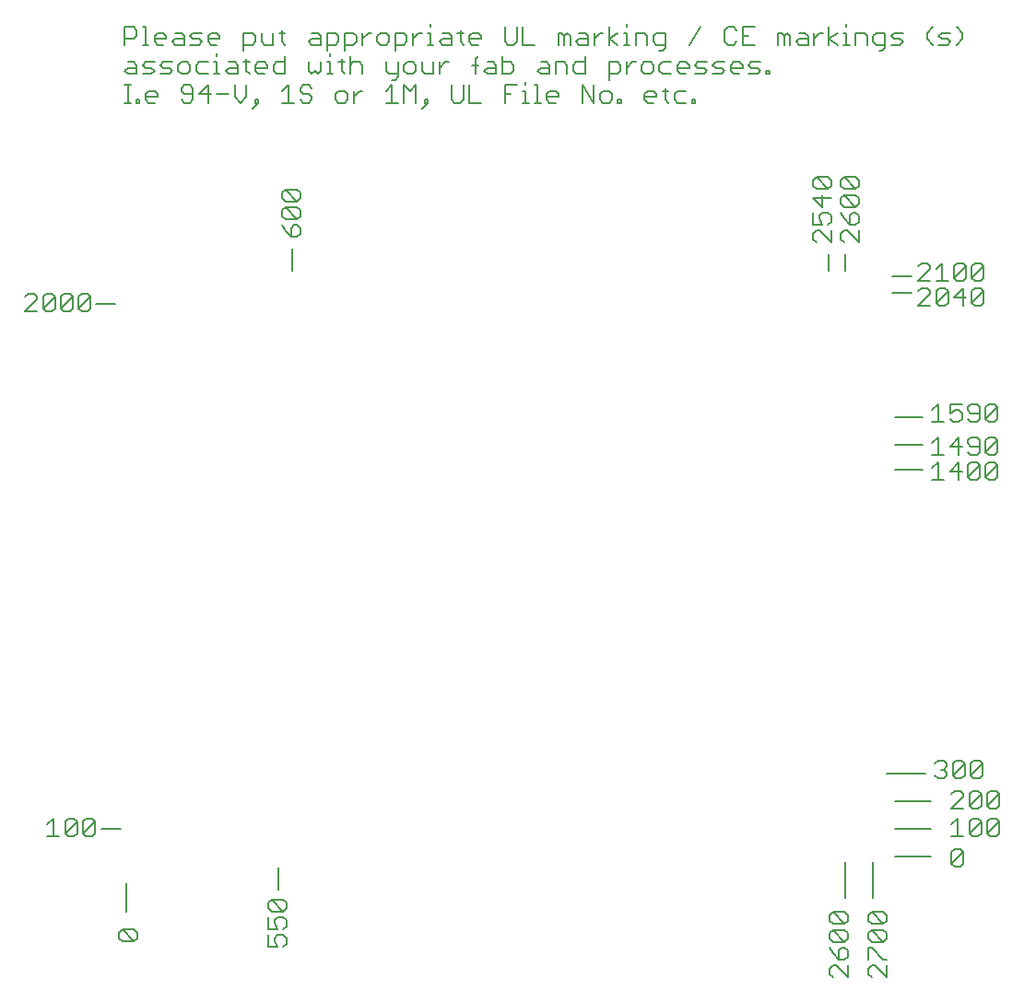
<source format=gbr>
G04 EAGLE Gerber RS-274X export*
G75*
%MOMM*%
%FSLAX34Y34*%
%LPD*%
%INDocument*%
%IPPOS*%
%AMOC8*
5,1,8,0,0,1.08239X$1,22.5*%
G01*
%ADD10C,0.152400*%


D10*
X0Y-24130D02*
X0Y-50800D01*
X660400Y-38100D02*
X660400Y-5080D01*
X706120Y0D02*
X739140Y0D01*
X739140Y25400D02*
X706120Y25400D01*
X706120Y50800D02*
X739140Y50800D01*
X731520Y378460D02*
X706120Y378460D01*
X706120Y403860D02*
X731520Y403860D01*
X721360Y518160D02*
X703580Y518160D01*
X703580Y533400D02*
X721360Y533400D01*
X660400Y538480D02*
X660400Y553720D01*
X645160Y553720D02*
X645160Y538480D01*
X685800Y-5080D02*
X685800Y-38100D01*
X6686Y-77978D02*
X-4160Y-77978D01*
X-6872Y-75266D01*
X-6872Y-69843D01*
X-4160Y-67131D01*
X6686Y-67131D01*
X9398Y-69843D01*
X9398Y-75266D01*
X6686Y-77978D01*
X-4160Y-67131D01*
X662178Y-100151D02*
X662178Y-110998D01*
X651331Y-100151D01*
X648620Y-100151D01*
X645908Y-102863D01*
X645908Y-108286D01*
X648620Y-110998D01*
X648620Y-89203D02*
X645908Y-83780D01*
X648620Y-89203D02*
X654043Y-94626D01*
X659466Y-94626D01*
X662178Y-91915D01*
X662178Y-86492D01*
X659466Y-83780D01*
X656755Y-83780D01*
X654043Y-86492D01*
X654043Y-94626D01*
X659466Y-78255D02*
X648620Y-78255D01*
X645908Y-75543D01*
X645908Y-70120D01*
X648620Y-67408D01*
X659466Y-67408D01*
X662178Y-70120D01*
X662178Y-75543D01*
X659466Y-78255D01*
X648620Y-67408D01*
X648620Y-61883D02*
X659466Y-61883D01*
X648620Y-61883D02*
X645908Y-59172D01*
X645908Y-53748D01*
X648620Y-51037D01*
X659466Y-51037D01*
X662178Y-53748D01*
X662178Y-59172D01*
X659466Y-61883D01*
X648620Y-51037D01*
X697738Y-100151D02*
X697738Y-110998D01*
X686891Y-100151D01*
X684180Y-100151D01*
X681468Y-102863D01*
X681468Y-108286D01*
X684180Y-110998D01*
X681468Y-94626D02*
X681468Y-83780D01*
X684180Y-83780D01*
X695026Y-94626D01*
X697738Y-94626D01*
X695026Y-78255D02*
X684180Y-78255D01*
X681468Y-75543D01*
X681468Y-70120D01*
X684180Y-67408D01*
X695026Y-67408D01*
X697738Y-70120D01*
X697738Y-75543D01*
X695026Y-78255D01*
X684180Y-67408D01*
X684180Y-61883D02*
X695026Y-61883D01*
X684180Y-61883D02*
X681468Y-59172D01*
X681468Y-53748D01*
X684180Y-51037D01*
X695026Y-51037D01*
X697738Y-53748D01*
X697738Y-59172D01*
X695026Y-61883D01*
X684180Y-51037D01*
X757682Y-6686D02*
X757682Y4160D01*
X760394Y6872D01*
X765817Y6872D01*
X768529Y4160D01*
X768529Y-6686D01*
X765817Y-9398D01*
X760394Y-9398D01*
X757682Y-6686D01*
X768529Y4160D01*
X757682Y29389D02*
X763105Y34812D01*
X763105Y18542D01*
X757682Y18542D02*
X768529Y18542D01*
X774054Y21254D02*
X774054Y32100D01*
X776765Y34812D01*
X782189Y34812D01*
X784900Y32100D01*
X784900Y21254D01*
X782189Y18542D01*
X776765Y18542D01*
X774054Y21254D01*
X784900Y32100D01*
X790425Y32100D02*
X790425Y21254D01*
X790425Y32100D02*
X793137Y34812D01*
X798560Y34812D01*
X801272Y32100D01*
X801272Y21254D01*
X798560Y18542D01*
X793137Y18542D01*
X790425Y21254D01*
X801272Y32100D01*
X768529Y43942D02*
X757682Y43942D01*
X768529Y54789D01*
X768529Y57500D01*
X765817Y60212D01*
X760394Y60212D01*
X757682Y57500D01*
X774054Y57500D02*
X774054Y46654D01*
X774054Y57500D02*
X776765Y60212D01*
X782189Y60212D01*
X784900Y57500D01*
X784900Y46654D01*
X782189Y43942D01*
X776765Y43942D01*
X774054Y46654D01*
X784900Y57500D01*
X790425Y57500D02*
X790425Y46654D01*
X790425Y57500D02*
X793137Y60212D01*
X798560Y60212D01*
X801272Y57500D01*
X801272Y46654D01*
X798560Y43942D01*
X793137Y43942D01*
X790425Y46654D01*
X801272Y57500D01*
X739902Y379909D02*
X745325Y385332D01*
X745325Y369062D01*
X739902Y369062D02*
X750749Y369062D01*
X764409Y369062D02*
X764409Y385332D01*
X756274Y377197D01*
X767120Y377197D01*
X772645Y371774D02*
X775357Y369062D01*
X780780Y369062D01*
X783492Y371774D01*
X783492Y382620D01*
X780780Y385332D01*
X775357Y385332D01*
X772645Y382620D01*
X772645Y379909D01*
X775357Y377197D01*
X783492Y377197D01*
X789017Y371774D02*
X789017Y382620D01*
X791728Y385332D01*
X797152Y385332D01*
X799863Y382620D01*
X799863Y371774D01*
X797152Y369062D01*
X791728Y369062D01*
X789017Y371774D01*
X799863Y382620D01*
X745325Y415812D02*
X739902Y410389D01*
X745325Y415812D02*
X745325Y399542D01*
X739902Y399542D02*
X750749Y399542D01*
X756274Y415812D02*
X767120Y415812D01*
X756274Y415812D02*
X756274Y407677D01*
X761697Y410389D01*
X764409Y410389D01*
X767120Y407677D01*
X767120Y402254D01*
X764409Y399542D01*
X758985Y399542D01*
X756274Y402254D01*
X772645Y402254D02*
X775357Y399542D01*
X780780Y399542D01*
X783492Y402254D01*
X783492Y413100D01*
X780780Y415812D01*
X775357Y415812D01*
X772645Y413100D01*
X772645Y410389D01*
X775357Y407677D01*
X783492Y407677D01*
X789017Y402254D02*
X789017Y413100D01*
X791728Y415812D01*
X797152Y415812D01*
X799863Y413100D01*
X799863Y402254D01*
X797152Y399542D01*
X791728Y399542D01*
X789017Y402254D01*
X799863Y413100D01*
X738049Y506222D02*
X727202Y506222D01*
X738049Y517069D01*
X738049Y519780D01*
X735337Y522492D01*
X729914Y522492D01*
X727202Y519780D01*
X743574Y519780D02*
X743574Y508934D01*
X743574Y519780D02*
X746285Y522492D01*
X751709Y522492D01*
X754420Y519780D01*
X754420Y508934D01*
X751709Y506222D01*
X746285Y506222D01*
X743574Y508934D01*
X754420Y519780D01*
X768080Y522492D02*
X768080Y506222D01*
X759945Y514357D02*
X768080Y522492D01*
X770792Y514357D02*
X759945Y514357D01*
X776317Y508934D02*
X776317Y519780D01*
X779028Y522492D01*
X784452Y522492D01*
X787163Y519780D01*
X787163Y508934D01*
X784452Y506222D01*
X779028Y506222D01*
X776317Y508934D01*
X787163Y519780D01*
X738049Y529082D02*
X727202Y529082D01*
X738049Y539929D01*
X738049Y542640D01*
X735337Y545352D01*
X729914Y545352D01*
X727202Y542640D01*
X743574Y539929D02*
X748997Y545352D01*
X748997Y529082D01*
X743574Y529082D02*
X754420Y529082D01*
X759945Y531794D02*
X759945Y542640D01*
X762657Y545352D01*
X768080Y545352D01*
X770792Y542640D01*
X770792Y531794D01*
X768080Y529082D01*
X762657Y529082D01*
X759945Y531794D01*
X770792Y542640D01*
X776317Y542640D02*
X776317Y531794D01*
X776317Y542640D02*
X779028Y545352D01*
X784452Y545352D01*
X787163Y542640D01*
X787163Y531794D01*
X784452Y529082D01*
X779028Y529082D01*
X776317Y531794D01*
X787163Y542640D01*
X646938Y564642D02*
X646938Y575489D01*
X646938Y564642D02*
X636091Y575489D01*
X633380Y575489D01*
X630668Y572777D01*
X630668Y567354D01*
X633380Y564642D01*
X630668Y581014D02*
X630668Y591860D01*
X630668Y581014D02*
X638803Y581014D01*
X636091Y586437D01*
X636091Y589149D01*
X638803Y591860D01*
X644226Y591860D01*
X646938Y589149D01*
X646938Y583725D01*
X644226Y581014D01*
X646938Y605520D02*
X630668Y605520D01*
X638803Y597385D01*
X638803Y608232D01*
X644226Y613757D02*
X633380Y613757D01*
X630668Y616468D01*
X630668Y621892D01*
X633380Y624603D01*
X644226Y624603D01*
X646938Y621892D01*
X646938Y616468D01*
X644226Y613757D01*
X633380Y624603D01*
X672338Y575489D02*
X672338Y564642D01*
X661491Y575489D01*
X658780Y575489D01*
X656068Y572777D01*
X656068Y567354D01*
X658780Y564642D01*
X658780Y586437D02*
X656068Y591860D01*
X658780Y586437D02*
X664203Y581014D01*
X669626Y581014D01*
X672338Y583725D01*
X672338Y589149D01*
X669626Y591860D01*
X666915Y591860D01*
X664203Y589149D01*
X664203Y581014D01*
X669626Y597385D02*
X658780Y597385D01*
X656068Y600097D01*
X656068Y605520D01*
X658780Y608232D01*
X669626Y608232D01*
X672338Y605520D01*
X672338Y600097D01*
X669626Y597385D01*
X658780Y608232D01*
X658780Y613757D02*
X669626Y613757D01*
X658780Y613757D02*
X656068Y616468D01*
X656068Y621892D01*
X658780Y624603D01*
X669626Y624603D01*
X672338Y621892D01*
X672338Y616468D01*
X669626Y613757D01*
X658780Y624603D01*
X152400Y558800D02*
X152400Y538480D01*
X145700Y575145D02*
X142988Y580569D01*
X145700Y575145D02*
X151123Y569722D01*
X156546Y569722D01*
X159258Y572434D01*
X159258Y577857D01*
X156546Y580569D01*
X153835Y580569D01*
X151123Y577857D01*
X151123Y569722D01*
X156546Y586094D02*
X145700Y586094D01*
X142988Y588805D01*
X142988Y594229D01*
X145700Y596940D01*
X156546Y596940D01*
X159258Y594229D01*
X159258Y588805D01*
X156546Y586094D01*
X145700Y596940D01*
X145700Y602465D02*
X156546Y602465D01*
X145700Y602465D02*
X142988Y605177D01*
X142988Y610600D01*
X145700Y613312D01*
X156546Y613312D01*
X159258Y610600D01*
X159258Y605177D01*
X156546Y602465D01*
X145700Y613312D01*
X139700Y-10160D02*
X139700Y-30480D01*
X130288Y-72211D02*
X130288Y-83058D01*
X138423Y-83058D01*
X135711Y-77635D01*
X135711Y-74923D01*
X138423Y-72211D01*
X143846Y-72211D01*
X146558Y-74923D01*
X146558Y-80346D01*
X143846Y-83058D01*
X130288Y-66686D02*
X130288Y-55840D01*
X130288Y-66686D02*
X138423Y-66686D01*
X135711Y-61263D01*
X135711Y-58552D01*
X138423Y-55840D01*
X143846Y-55840D01*
X146558Y-58552D01*
X146558Y-63975D01*
X143846Y-66686D01*
X143846Y-50315D02*
X133000Y-50315D01*
X130288Y-47603D01*
X130288Y-42180D01*
X133000Y-39468D01*
X143846Y-39468D01*
X146558Y-42180D01*
X146558Y-47603D01*
X143846Y-50315D01*
X133000Y-39468D01*
X-10160Y508000D02*
X-27940Y508000D01*
X-82371Y501142D02*
X-93218Y501142D01*
X-82371Y511989D01*
X-82371Y514700D01*
X-85083Y517412D01*
X-90506Y517412D01*
X-93218Y514700D01*
X-76846Y514700D02*
X-76846Y503854D01*
X-76846Y514700D02*
X-74135Y517412D01*
X-68712Y517412D01*
X-66000Y514700D01*
X-66000Y503854D01*
X-68712Y501142D01*
X-74135Y501142D01*
X-76846Y503854D01*
X-66000Y514700D01*
X-60475Y514700D02*
X-60475Y503854D01*
X-60475Y514700D02*
X-57763Y517412D01*
X-52340Y517412D01*
X-49628Y514700D01*
X-49628Y503854D01*
X-52340Y501142D01*
X-57763Y501142D01*
X-60475Y503854D01*
X-49628Y514700D01*
X-44103Y514700D02*
X-44103Y503854D01*
X-44103Y514700D02*
X-41392Y517412D01*
X-35968Y517412D01*
X-33257Y514700D01*
X-33257Y503854D01*
X-35968Y501142D01*
X-41392Y501142D01*
X-44103Y503854D01*
X-33257Y514700D01*
X-22860Y25400D02*
X-5080Y25400D01*
X-67475Y34812D02*
X-72898Y29389D01*
X-67475Y34812D02*
X-67475Y18542D01*
X-72898Y18542D02*
X-62051Y18542D01*
X-56526Y21254D02*
X-56526Y32100D01*
X-53815Y34812D01*
X-48392Y34812D01*
X-45680Y32100D01*
X-45680Y21254D01*
X-48392Y18542D01*
X-53815Y18542D01*
X-56526Y21254D01*
X-45680Y32100D01*
X-40155Y32100D02*
X-40155Y21254D01*
X-40155Y32100D02*
X-37443Y34812D01*
X-32020Y34812D01*
X-29308Y32100D01*
X-29308Y21254D01*
X-32020Y18542D01*
X-37443Y18542D01*
X-40155Y21254D01*
X-29308Y32100D01*
X698500Y76200D02*
X734060Y76200D01*
X742442Y85440D02*
X745154Y88152D01*
X750577Y88152D01*
X753289Y85440D01*
X753289Y82729D01*
X750577Y80017D01*
X747865Y80017D01*
X750577Y80017D02*
X753289Y77305D01*
X753289Y74594D01*
X750577Y71882D01*
X745154Y71882D01*
X742442Y74594D01*
X758814Y74594D02*
X758814Y85440D01*
X761525Y88152D01*
X766949Y88152D01*
X769660Y85440D01*
X769660Y74594D01*
X766949Y71882D01*
X761525Y71882D01*
X758814Y74594D01*
X769660Y85440D01*
X775185Y85440D02*
X775185Y74594D01*
X775185Y85440D02*
X777897Y88152D01*
X783320Y88152D01*
X786032Y85440D01*
X786032Y74594D01*
X783320Y71882D01*
X777897Y71882D01*
X775185Y74594D01*
X786032Y85440D01*
X731520Y355600D02*
X706120Y355600D01*
X739902Y357049D02*
X745325Y362472D01*
X745325Y346202D01*
X739902Y346202D02*
X750749Y346202D01*
X764409Y346202D02*
X764409Y362472D01*
X756274Y354337D01*
X767120Y354337D01*
X772645Y348914D02*
X772645Y359760D01*
X775357Y362472D01*
X780780Y362472D01*
X783492Y359760D01*
X783492Y348914D01*
X780780Y346202D01*
X775357Y346202D01*
X772645Y348914D01*
X783492Y359760D01*
X789017Y359760D02*
X789017Y348914D01*
X789017Y359760D02*
X791728Y362472D01*
X797152Y362472D01*
X799863Y359760D01*
X799863Y348914D01*
X797152Y346202D01*
X791728Y346202D01*
X789017Y348914D01*
X799863Y359760D01*
X-1778Y746252D02*
X-1778Y762522D01*
X6357Y762522D01*
X9069Y759810D01*
X9069Y754387D01*
X6357Y751675D01*
X-1778Y751675D01*
X14594Y762522D02*
X17305Y762522D01*
X17305Y746252D01*
X14594Y746252D02*
X20017Y746252D01*
X28220Y746252D02*
X33643Y746252D01*
X28220Y746252D02*
X25508Y748964D01*
X25508Y754387D01*
X28220Y757099D01*
X33643Y757099D01*
X36355Y754387D01*
X36355Y751675D01*
X25508Y751675D01*
X44591Y757099D02*
X50014Y757099D01*
X52726Y754387D01*
X52726Y746252D01*
X44591Y746252D01*
X41880Y748964D01*
X44591Y751675D01*
X52726Y751675D01*
X58251Y746252D02*
X66386Y746252D01*
X69098Y748964D01*
X66386Y751675D01*
X60963Y751675D01*
X58251Y754387D01*
X60963Y757099D01*
X69098Y757099D01*
X77334Y746252D02*
X82758Y746252D01*
X77334Y746252D02*
X74623Y748964D01*
X74623Y754387D01*
X77334Y757099D01*
X82758Y757099D01*
X85469Y754387D01*
X85469Y751675D01*
X74623Y751675D01*
X107366Y757099D02*
X107366Y740829D01*
X107366Y757099D02*
X115501Y757099D01*
X118212Y754387D01*
X118212Y748964D01*
X115501Y746252D01*
X107366Y746252D01*
X123737Y748964D02*
X123737Y757099D01*
X123737Y748964D02*
X126449Y746252D01*
X134584Y746252D01*
X134584Y757099D01*
X142821Y759810D02*
X142821Y748964D01*
X145532Y746252D01*
X145532Y757099D02*
X140109Y757099D01*
X170106Y757099D02*
X175530Y757099D01*
X178241Y754387D01*
X178241Y746252D01*
X170106Y746252D01*
X167395Y748964D01*
X170106Y751675D01*
X178241Y751675D01*
X183766Y757099D02*
X183766Y740829D01*
X183766Y757099D02*
X191901Y757099D01*
X194613Y754387D01*
X194613Y748964D01*
X191901Y746252D01*
X183766Y746252D01*
X200138Y740829D02*
X200138Y757099D01*
X208273Y757099D01*
X210985Y754387D01*
X210985Y748964D01*
X208273Y746252D01*
X200138Y746252D01*
X216510Y746252D02*
X216510Y757099D01*
X221933Y757099D02*
X216510Y751675D01*
X221933Y757099D02*
X224644Y757099D01*
X232864Y746252D02*
X238287Y746252D01*
X240999Y748964D01*
X240999Y754387D01*
X238287Y757099D01*
X232864Y757099D01*
X230152Y754387D01*
X230152Y748964D01*
X232864Y746252D01*
X246524Y740829D02*
X246524Y757099D01*
X254659Y757099D01*
X257371Y754387D01*
X257371Y748964D01*
X254659Y746252D01*
X246524Y746252D01*
X262896Y746252D02*
X262896Y757099D01*
X268319Y757099D02*
X262896Y751675D01*
X268319Y757099D02*
X271031Y757099D01*
X276539Y757099D02*
X279250Y757099D01*
X279250Y746252D01*
X276539Y746252D02*
X281962Y746252D01*
X279250Y762522D02*
X279250Y765234D01*
X290165Y757099D02*
X295588Y757099D01*
X298300Y754387D01*
X298300Y746252D01*
X290165Y746252D01*
X287453Y748964D01*
X290165Y751675D01*
X298300Y751675D01*
X306536Y748964D02*
X306536Y759810D01*
X306536Y748964D02*
X309248Y746252D01*
X309248Y757099D02*
X303825Y757099D01*
X317451Y746252D02*
X322874Y746252D01*
X317451Y746252D02*
X314739Y748964D01*
X314739Y754387D01*
X317451Y757099D01*
X322874Y757099D01*
X325585Y754387D01*
X325585Y751675D01*
X314739Y751675D01*
X347482Y748964D02*
X347482Y762522D01*
X347482Y748964D02*
X350194Y746252D01*
X355617Y746252D01*
X358329Y748964D01*
X358329Y762522D01*
X363854Y762522D02*
X363854Y746252D01*
X374700Y746252D01*
X396597Y746252D02*
X396597Y757099D01*
X399308Y757099D01*
X402020Y754387D01*
X402020Y746252D01*
X402020Y754387D02*
X404732Y757099D01*
X407443Y754387D01*
X407443Y746252D01*
X415680Y757099D02*
X421103Y757099D01*
X423815Y754387D01*
X423815Y746252D01*
X415680Y746252D01*
X412968Y748964D01*
X415680Y751675D01*
X423815Y751675D01*
X429340Y746252D02*
X429340Y757099D01*
X434763Y757099D02*
X429340Y751675D01*
X434763Y757099D02*
X437475Y757099D01*
X442983Y762522D02*
X442983Y746252D01*
X442983Y751675D02*
X451118Y746252D01*
X442983Y751675D02*
X451118Y757099D01*
X456626Y757099D02*
X459337Y757099D01*
X459337Y746252D01*
X456626Y746252D02*
X462049Y746252D01*
X459337Y762522D02*
X459337Y765234D01*
X467540Y757099D02*
X467540Y746252D01*
X467540Y757099D02*
X475675Y757099D01*
X478387Y754387D01*
X478387Y746252D01*
X489335Y740829D02*
X492047Y740829D01*
X494758Y743540D01*
X494758Y757099D01*
X486623Y757099D01*
X483912Y754387D01*
X483912Y748964D01*
X486623Y746252D01*
X494758Y746252D01*
X516655Y746252D02*
X527501Y762522D01*
X557533Y762522D02*
X560245Y759810D01*
X557533Y762522D02*
X552110Y762522D01*
X549398Y759810D01*
X549398Y748964D01*
X552110Y746252D01*
X557533Y746252D01*
X560245Y748964D01*
X565770Y762522D02*
X576616Y762522D01*
X565770Y762522D02*
X565770Y746252D01*
X576616Y746252D01*
X571193Y754387D02*
X565770Y754387D01*
X598513Y757099D02*
X598513Y746252D01*
X598513Y757099D02*
X601224Y757099D01*
X603936Y754387D01*
X603936Y746252D01*
X603936Y754387D02*
X606648Y757099D01*
X609359Y754387D01*
X609359Y746252D01*
X617596Y757099D02*
X623019Y757099D01*
X625731Y754387D01*
X625731Y746252D01*
X617596Y746252D01*
X614884Y748964D01*
X617596Y751675D01*
X625731Y751675D01*
X631256Y746252D02*
X631256Y757099D01*
X636679Y757099D02*
X631256Y751675D01*
X636679Y757099D02*
X639391Y757099D01*
X644899Y762522D02*
X644899Y746252D01*
X644899Y751675D02*
X653034Y746252D01*
X644899Y751675D02*
X653034Y757099D01*
X658542Y757099D02*
X661253Y757099D01*
X661253Y746252D01*
X658542Y746252D02*
X663965Y746252D01*
X661253Y762522D02*
X661253Y765234D01*
X669456Y757099D02*
X669456Y746252D01*
X669456Y757099D02*
X677591Y757099D01*
X680303Y754387D01*
X680303Y746252D01*
X691251Y740829D02*
X693963Y740829D01*
X696674Y743540D01*
X696674Y757099D01*
X688539Y757099D01*
X685828Y754387D01*
X685828Y748964D01*
X688539Y746252D01*
X696674Y746252D01*
X702199Y746252D02*
X710334Y746252D01*
X713046Y748964D01*
X710334Y751675D01*
X704911Y751675D01*
X702199Y754387D01*
X704911Y757099D01*
X713046Y757099D01*
X734942Y751675D02*
X740366Y746252D01*
X734942Y751675D02*
X734942Y757099D01*
X740366Y762522D01*
X745857Y746252D02*
X753992Y746252D01*
X756703Y748964D01*
X753992Y751675D01*
X748568Y751675D01*
X745857Y754387D01*
X748568Y757099D01*
X756703Y757099D01*
X762228Y746252D02*
X767652Y751675D01*
X767652Y757099D01*
X762228Y762522D01*
X6357Y730429D02*
X934Y730429D01*
X6357Y730429D02*
X9069Y727717D01*
X9069Y719582D01*
X934Y719582D01*
X-1778Y722294D01*
X934Y725005D01*
X9069Y725005D01*
X14594Y719582D02*
X22729Y719582D01*
X25440Y722294D01*
X22729Y725005D01*
X17305Y725005D01*
X14594Y727717D01*
X17305Y730429D01*
X25440Y730429D01*
X30965Y719582D02*
X39100Y719582D01*
X41812Y722294D01*
X39100Y725005D01*
X33677Y725005D01*
X30965Y727717D01*
X33677Y730429D01*
X41812Y730429D01*
X50048Y719582D02*
X55472Y719582D01*
X58183Y722294D01*
X58183Y727717D01*
X55472Y730429D01*
X50048Y730429D01*
X47337Y727717D01*
X47337Y722294D01*
X50048Y719582D01*
X66420Y730429D02*
X74555Y730429D01*
X66420Y730429D02*
X63708Y727717D01*
X63708Y722294D01*
X66420Y719582D01*
X74555Y719582D01*
X80080Y730429D02*
X82791Y730429D01*
X82791Y719582D01*
X80080Y719582D02*
X85503Y719582D01*
X82791Y735852D02*
X82791Y738564D01*
X93706Y730429D02*
X99129Y730429D01*
X101841Y727717D01*
X101841Y719582D01*
X93706Y719582D01*
X90994Y722294D01*
X93706Y725005D01*
X101841Y725005D01*
X110077Y722294D02*
X110077Y733140D01*
X110077Y722294D02*
X112789Y719582D01*
X112789Y730429D02*
X107366Y730429D01*
X120992Y719582D02*
X126415Y719582D01*
X120992Y719582D02*
X118280Y722294D01*
X118280Y727717D01*
X120992Y730429D01*
X126415Y730429D01*
X129127Y727717D01*
X129127Y725005D01*
X118280Y725005D01*
X145498Y719582D02*
X145498Y735852D01*
X145498Y719582D02*
X137363Y719582D01*
X134652Y722294D01*
X134652Y727717D01*
X137363Y730429D01*
X145498Y730429D01*
X167395Y730429D02*
X167395Y722294D01*
X170106Y719582D01*
X172818Y722294D01*
X175530Y719582D01*
X178241Y722294D01*
X178241Y730429D01*
X183766Y730429D02*
X186478Y730429D01*
X186478Y719582D01*
X183766Y719582D02*
X189190Y719582D01*
X186478Y735852D02*
X186478Y738564D01*
X197392Y733140D02*
X197392Y722294D01*
X200104Y719582D01*
X200104Y730429D02*
X194681Y730429D01*
X205595Y735852D02*
X205595Y719582D01*
X205595Y727717D02*
X208307Y730429D01*
X213730Y730429D01*
X216442Y727717D01*
X216442Y719582D01*
X238338Y722294D02*
X238338Y730429D01*
X238338Y722294D02*
X241050Y719582D01*
X249185Y719582D01*
X249185Y716870D02*
X249185Y730429D01*
X249185Y716870D02*
X246473Y714159D01*
X243762Y714159D01*
X257421Y719582D02*
X262845Y719582D01*
X265556Y722294D01*
X265556Y727717D01*
X262845Y730429D01*
X257421Y730429D01*
X254710Y727717D01*
X254710Y722294D01*
X257421Y719582D01*
X271081Y722294D02*
X271081Y730429D01*
X271081Y722294D02*
X273793Y719582D01*
X281928Y719582D01*
X281928Y730429D01*
X287453Y730429D02*
X287453Y719582D01*
X287453Y725005D02*
X292876Y730429D01*
X295588Y730429D01*
X320179Y733140D02*
X320179Y719582D01*
X320179Y733140D02*
X322891Y735852D01*
X322891Y727717D02*
X317467Y727717D01*
X331093Y730429D02*
X336517Y730429D01*
X339228Y727717D01*
X339228Y719582D01*
X331093Y719582D01*
X328382Y722294D01*
X331093Y725005D01*
X339228Y725005D01*
X344753Y719582D02*
X344753Y735852D01*
X344753Y719582D02*
X352888Y719582D01*
X355600Y722294D01*
X355600Y727717D01*
X352888Y730429D01*
X344753Y730429D01*
X380208Y730429D02*
X385631Y730429D01*
X388343Y727717D01*
X388343Y719582D01*
X380208Y719582D01*
X377497Y722294D01*
X380208Y725005D01*
X388343Y725005D01*
X393868Y719582D02*
X393868Y730429D01*
X402003Y730429D01*
X404715Y727717D01*
X404715Y719582D01*
X421086Y719582D02*
X421086Y735852D01*
X421086Y719582D02*
X412951Y719582D01*
X410240Y722294D01*
X410240Y727717D01*
X412951Y730429D01*
X421086Y730429D01*
X442983Y730429D02*
X442983Y714159D01*
X442983Y730429D02*
X451118Y730429D01*
X453829Y727717D01*
X453829Y722294D01*
X451118Y719582D01*
X442983Y719582D01*
X459354Y719582D02*
X459354Y730429D01*
X459354Y725005D02*
X464778Y730429D01*
X467489Y730429D01*
X475709Y719582D02*
X481132Y719582D01*
X483844Y722294D01*
X483844Y727717D01*
X481132Y730429D01*
X475709Y730429D01*
X472997Y727717D01*
X472997Y722294D01*
X475709Y719582D01*
X492081Y730429D02*
X500215Y730429D01*
X492081Y730429D02*
X489369Y727717D01*
X489369Y722294D01*
X492081Y719582D01*
X500215Y719582D01*
X508452Y719582D02*
X513875Y719582D01*
X508452Y719582D02*
X505740Y722294D01*
X505740Y727717D01*
X508452Y730429D01*
X513875Y730429D01*
X516587Y727717D01*
X516587Y725005D01*
X505740Y725005D01*
X522112Y719582D02*
X530247Y719582D01*
X532959Y722294D01*
X530247Y725005D01*
X524824Y725005D01*
X522112Y727717D01*
X524824Y730429D01*
X532959Y730429D01*
X538484Y719582D02*
X546619Y719582D01*
X549330Y722294D01*
X546619Y725005D01*
X541195Y725005D01*
X538484Y727717D01*
X541195Y730429D01*
X549330Y730429D01*
X557567Y719582D02*
X562990Y719582D01*
X557567Y719582D02*
X554855Y722294D01*
X554855Y727717D01*
X557567Y730429D01*
X562990Y730429D01*
X565702Y727717D01*
X565702Y725005D01*
X554855Y725005D01*
X571227Y719582D02*
X579362Y719582D01*
X582073Y722294D01*
X579362Y725005D01*
X573938Y725005D01*
X571227Y727717D01*
X573938Y730429D01*
X582073Y730429D01*
X587598Y722294D02*
X587598Y719582D01*
X587598Y722294D02*
X590310Y722294D01*
X590310Y719582D01*
X587598Y719582D01*
X3645Y692912D02*
X-1778Y692912D01*
X934Y692912D02*
X934Y709182D01*
X3645Y709182D02*
X-1778Y709182D01*
X9136Y695624D02*
X9136Y692912D01*
X9136Y695624D02*
X11848Y695624D01*
X11848Y692912D01*
X9136Y692912D01*
X20034Y692912D02*
X25457Y692912D01*
X20034Y692912D02*
X17322Y695624D01*
X17322Y701047D01*
X20034Y703759D01*
X25457Y703759D01*
X28169Y701047D01*
X28169Y698335D01*
X17322Y698335D01*
X50065Y695624D02*
X52777Y692912D01*
X58200Y692912D01*
X60912Y695624D01*
X60912Y706470D01*
X58200Y709182D01*
X52777Y709182D01*
X50065Y706470D01*
X50065Y703759D01*
X52777Y701047D01*
X60912Y701047D01*
X74572Y692912D02*
X74572Y709182D01*
X66437Y701047D01*
X77283Y701047D01*
X82808Y701047D02*
X93655Y701047D01*
X99180Y698335D02*
X99180Y709182D01*
X99180Y698335D02*
X104603Y692912D01*
X110027Y698335D01*
X110027Y709182D01*
X120975Y692912D02*
X115552Y687489D01*
X120975Y692912D02*
X120975Y695624D01*
X118263Y695624D01*
X118263Y692912D01*
X120975Y692912D01*
X142837Y703759D02*
X148261Y709182D01*
X148261Y692912D01*
X153684Y692912D02*
X142837Y692912D01*
X167344Y709182D02*
X170056Y706470D01*
X167344Y709182D02*
X161921Y709182D01*
X159209Y706470D01*
X159209Y703759D01*
X161921Y701047D01*
X167344Y701047D01*
X170056Y698335D01*
X170056Y695624D01*
X167344Y692912D01*
X161921Y692912D01*
X159209Y695624D01*
X194664Y692912D02*
X200087Y692912D01*
X202799Y695624D01*
X202799Y701047D01*
X200087Y703759D01*
X194664Y703759D01*
X191952Y701047D01*
X191952Y695624D01*
X194664Y692912D01*
X208324Y692912D02*
X208324Y703759D01*
X213747Y703759D02*
X208324Y698335D01*
X213747Y703759D02*
X216459Y703759D01*
X238338Y703759D02*
X243762Y709182D01*
X243762Y692912D01*
X249185Y692912D02*
X238338Y692912D01*
X254710Y692912D02*
X254710Y709182D01*
X260133Y703759D01*
X265556Y709182D01*
X265556Y692912D01*
X271081Y687489D02*
X276505Y692912D01*
X276505Y695624D01*
X273793Y695624D01*
X273793Y692912D01*
X276505Y692912D01*
X298367Y695624D02*
X298367Y709182D01*
X298367Y695624D02*
X301079Y692912D01*
X306502Y692912D01*
X309214Y695624D01*
X309214Y709182D01*
X314739Y709182D02*
X314739Y692912D01*
X325585Y692912D01*
X347482Y692912D02*
X347482Y709182D01*
X358329Y709182D01*
X352905Y701047D02*
X347482Y701047D01*
X363854Y703759D02*
X366565Y703759D01*
X366565Y692912D01*
X363854Y692912D02*
X369277Y692912D01*
X366565Y709182D02*
X366565Y711894D01*
X374768Y709182D02*
X377480Y709182D01*
X377480Y692912D01*
X380191Y692912D02*
X374768Y692912D01*
X388394Y692912D02*
X393817Y692912D01*
X388394Y692912D02*
X385682Y695624D01*
X385682Y701047D01*
X388394Y703759D01*
X393817Y703759D01*
X396529Y701047D01*
X396529Y698335D01*
X385682Y698335D01*
X418425Y692912D02*
X418425Y709182D01*
X429272Y692912D01*
X429272Y709182D01*
X437509Y692912D02*
X442932Y692912D01*
X445644Y695624D01*
X445644Y701047D01*
X442932Y703759D01*
X437509Y703759D01*
X434797Y701047D01*
X434797Y695624D01*
X437509Y692912D01*
X451169Y692912D02*
X451169Y695624D01*
X453880Y695624D01*
X453880Y692912D01*
X451169Y692912D01*
X478438Y692912D02*
X483861Y692912D01*
X478438Y692912D02*
X475726Y695624D01*
X475726Y701047D01*
X478438Y703759D01*
X483861Y703759D01*
X486573Y701047D01*
X486573Y698335D01*
X475726Y698335D01*
X494809Y695624D02*
X494809Y706470D01*
X494809Y695624D02*
X497521Y692912D01*
X497521Y703759D02*
X492097Y703759D01*
X505723Y703759D02*
X513858Y703759D01*
X505723Y703759D02*
X503012Y701047D01*
X503012Y695624D01*
X505723Y692912D01*
X513858Y692912D01*
X519383Y692912D02*
X519383Y695624D01*
X522095Y695624D01*
X522095Y692912D01*
X519383Y692912D01*
M02*

</source>
